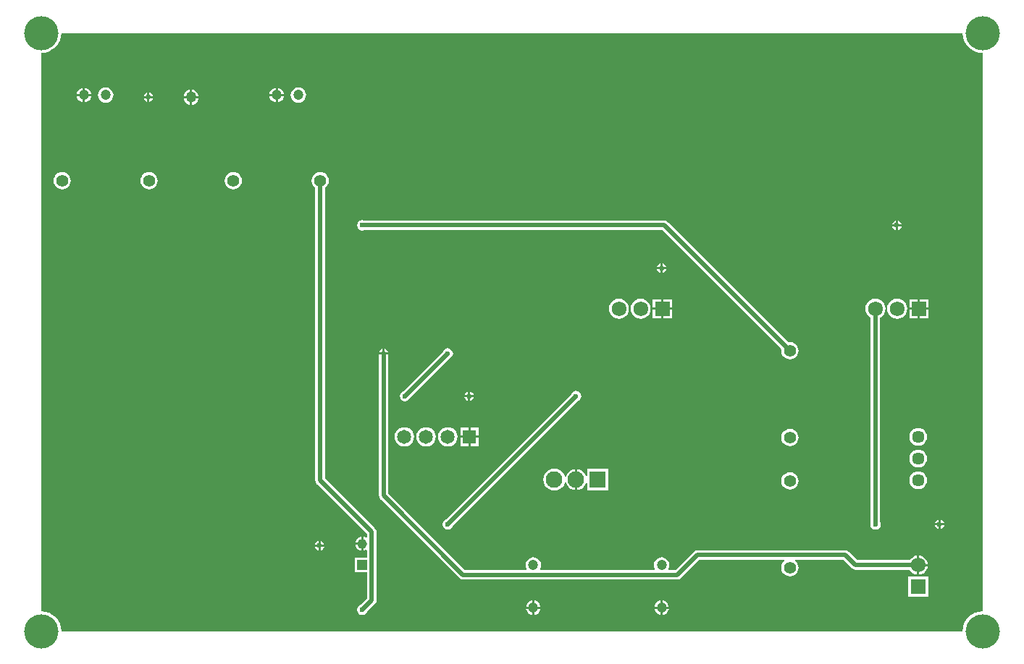
<source format=gbl>
G04*
G04 #@! TF.GenerationSoftware,Altium Limited,Altium Designer,20.1.14 (287)*
G04*
G04 Layer_Physical_Order=2*
G04 Layer_Color=16711680*
%FSLAX25Y25*%
%MOIN*%
G70*
G04*
G04 #@! TF.SameCoordinates,E164291B-CF09-4FE7-BB31-66095F1D64E0*
G04*
G04*
G04 #@! TF.FilePolarity,Positive*
G04*
G01*
G75*
%ADD31C,0.01968*%
%ADD32C,0.15748*%
%ADD33C,0.05512*%
%ADD34C,0.05709*%
%ADD35C,0.04724*%
%ADD36C,0.06791*%
%ADD37R,0.06791X0.06791*%
%ADD38C,0.06496*%
%ADD39R,0.06496X0.06496*%
%ADD40R,0.06791X0.06791*%
%ADD41C,0.07618*%
%ADD42R,0.07618X0.07618*%
%ADD43C,0.04528*%
%ADD44R,0.04528X0.04528*%
%ADD45C,0.02362*%
%ADD46C,0.05000*%
G36*
X433989Y283658D02*
X434507Y281951D01*
X435348Y280378D01*
X436480Y278999D01*
X437858Y277868D01*
X439431Y277027D01*
X441138Y276509D01*
X442913Y276334D01*
Y18941D01*
X441138Y18767D01*
X439431Y18249D01*
X437858Y17408D01*
X436480Y16276D01*
X435348Y14898D01*
X434507Y13325D01*
X433989Y11618D01*
X433814Y9843D01*
X18941D01*
X18767Y11618D01*
X18249Y13325D01*
X17408Y14898D01*
X16276Y16276D01*
X14898Y17408D01*
X13325Y18249D01*
X11618Y18767D01*
X9843Y18941D01*
Y276334D01*
X11618Y276509D01*
X13325Y277027D01*
X14898Y277868D01*
X16276Y278999D01*
X17408Y280378D01*
X18249Y281951D01*
X18767Y283658D01*
X18941Y285433D01*
X433814D01*
X433989Y283658D01*
D02*
G37*
%LPC*%
G36*
X118610Y260176D02*
Y257350D01*
X121436D01*
X121386Y257728D01*
X121047Y258546D01*
X120508Y259248D01*
X119806Y259787D01*
X118988Y260126D01*
X118610Y260176D01*
D02*
G37*
G36*
X117610D02*
X117233Y260126D01*
X116415Y259787D01*
X115712Y259248D01*
X115173Y258546D01*
X114835Y257728D01*
X114785Y257350D01*
X117610D01*
Y260176D01*
D02*
G37*
G36*
X29870D02*
Y257350D01*
X32695D01*
X32646Y257728D01*
X32307Y258546D01*
X31768Y259248D01*
X31066Y259787D01*
X30248Y260126D01*
X29870Y260176D01*
D02*
G37*
G36*
X28870D02*
X28492Y260126D01*
X27674Y259787D01*
X26972Y259248D01*
X26433Y258546D01*
X26094Y257728D01*
X26045Y257350D01*
X28870D01*
Y260176D01*
D02*
G37*
G36*
X79240Y259370D02*
Y256405D01*
X82205D01*
X82150Y256819D01*
X81797Y257671D01*
X81236Y258402D01*
X80505Y258963D01*
X79654Y259315D01*
X79240Y259370D01*
D02*
G37*
G36*
X78240D02*
X77826Y259315D01*
X76975Y258963D01*
X76244Y258402D01*
X75683Y257671D01*
X75330Y256819D01*
X75276Y256405D01*
X78240D01*
Y259370D01*
D02*
G37*
G36*
X59555Y258030D02*
Y256405D01*
X61180D01*
X61110Y256756D01*
X60628Y257478D01*
X59906Y257960D01*
X59555Y258030D01*
D02*
G37*
G36*
X58555D02*
X58204Y257960D01*
X57483Y257478D01*
X57001Y256756D01*
X56931Y256405D01*
X58555D01*
Y258030D01*
D02*
G37*
G36*
X61180Y255405D02*
X59555D01*
Y253781D01*
X59906Y253851D01*
X60628Y254333D01*
X61110Y255054D01*
X61180Y255405D01*
D02*
G37*
G36*
X58555D02*
X56931D01*
X57001Y255054D01*
X57483Y254333D01*
X58204Y253851D01*
X58555Y253781D01*
Y255405D01*
D02*
G37*
G36*
X121436Y256350D02*
X118610D01*
Y253525D01*
X118988Y253575D01*
X119806Y253913D01*
X120508Y254452D01*
X121047Y255155D01*
X121386Y255973D01*
X121436Y256350D01*
D02*
G37*
G36*
X117610D02*
X114785D01*
X114835Y255973D01*
X115173Y255155D01*
X115712Y254452D01*
X116415Y253913D01*
X117233Y253575D01*
X117610Y253525D01*
Y256350D01*
D02*
G37*
G36*
X32695D02*
X29870D01*
Y253525D01*
X30248Y253575D01*
X31066Y253913D01*
X31768Y254452D01*
X32307Y255155D01*
X32646Y255973D01*
X32695Y256350D01*
D02*
G37*
G36*
X28870D02*
X26045D01*
X26094Y255973D01*
X26433Y255155D01*
X26972Y254452D01*
X27674Y253913D01*
X28492Y253575D01*
X28870Y253525D01*
Y256350D01*
D02*
G37*
G36*
X128110Y260424D02*
X127185Y260302D01*
X126323Y259945D01*
X125583Y259378D01*
X125015Y258637D01*
X124658Y257775D01*
X124536Y256850D01*
X124658Y255925D01*
X125015Y255064D01*
X125583Y254323D01*
X126323Y253755D01*
X127185Y253398D01*
X128110Y253276D01*
X129035Y253398D01*
X129897Y253755D01*
X130637Y254323D01*
X131205Y255064D01*
X131562Y255925D01*
X131684Y256850D01*
X131562Y257775D01*
X131205Y258637D01*
X130637Y259378D01*
X129897Y259945D01*
X129035Y260302D01*
X128110Y260424D01*
D02*
G37*
G36*
X39370D02*
X38445Y260302D01*
X37583Y259945D01*
X36843Y259378D01*
X36275Y258637D01*
X35918Y257775D01*
X35796Y256850D01*
X35918Y255925D01*
X36275Y255064D01*
X36843Y254323D01*
X37583Y253755D01*
X38445Y253398D01*
X39370Y253276D01*
X40295Y253398D01*
X41157Y253755D01*
X41897Y254323D01*
X42465Y255064D01*
X42822Y255925D01*
X42944Y256850D01*
X42822Y257775D01*
X42465Y258637D01*
X41897Y259378D01*
X41157Y259945D01*
X40295Y260302D01*
X39370Y260424D01*
D02*
G37*
G36*
X82205Y255405D02*
X79240D01*
Y252441D01*
X79654Y252496D01*
X80505Y252848D01*
X81236Y253409D01*
X81797Y254140D01*
X82150Y254992D01*
X82205Y255405D01*
D02*
G37*
G36*
X78240D02*
X75276D01*
X75330Y254992D01*
X75683Y254140D01*
X76244Y253409D01*
X76975Y252848D01*
X77826Y252496D01*
X78240Y252441D01*
Y255405D01*
D02*
G37*
G36*
X98110Y221451D02*
X97083Y221316D01*
X96125Y220919D01*
X95302Y220288D01*
X94671Y219466D01*
X94275Y218508D01*
X94139Y217480D01*
X94275Y216453D01*
X94671Y215495D01*
X95302Y214672D01*
X96125Y214041D01*
X97083Y213645D01*
X98110Y213509D01*
X99138Y213645D01*
X100096Y214041D01*
X100918Y214672D01*
X101549Y215495D01*
X101946Y216453D01*
X102081Y217480D01*
X101946Y218508D01*
X101549Y219466D01*
X100918Y220288D01*
X100096Y220919D01*
X99138Y221316D01*
X98110Y221451D01*
D02*
G37*
G36*
X59370D02*
X58342Y221316D01*
X57385Y220919D01*
X56562Y220288D01*
X55931Y219466D01*
X55534Y218508D01*
X55399Y217480D01*
X55534Y216453D01*
X55931Y215495D01*
X56562Y214672D01*
X57385Y214041D01*
X58342Y213645D01*
X59370Y213509D01*
X60398Y213645D01*
X61356Y214041D01*
X62178Y214672D01*
X62809Y215495D01*
X63206Y216453D01*
X63341Y217480D01*
X63206Y218508D01*
X62809Y219466D01*
X62178Y220288D01*
X61356Y220919D01*
X60398Y221316D01*
X59370Y221451D01*
D02*
G37*
G36*
X19370D02*
X18342Y221316D01*
X17385Y220919D01*
X16562Y220288D01*
X15931Y219466D01*
X15534Y218508D01*
X15399Y217480D01*
X15534Y216453D01*
X15931Y215495D01*
X16562Y214672D01*
X17385Y214041D01*
X18342Y213645D01*
X19370Y213509D01*
X20398Y213645D01*
X21356Y214041D01*
X22178Y214672D01*
X22809Y215495D01*
X23206Y216453D01*
X23341Y217480D01*
X23206Y218508D01*
X22809Y219466D01*
X22178Y220288D01*
X21356Y220919D01*
X20398Y221316D01*
X19370Y221451D01*
D02*
G37*
G36*
X404043Y198975D02*
Y197350D01*
X405668D01*
X405598Y197701D01*
X405116Y198423D01*
X404394Y198905D01*
X404043Y198975D01*
D02*
G37*
G36*
X403043D02*
X402692Y198905D01*
X401971Y198423D01*
X401489Y197701D01*
X401419Y197350D01*
X403043D01*
Y198975D01*
D02*
G37*
G36*
X405668Y196350D02*
X404043D01*
Y194726D01*
X404394Y194796D01*
X405116Y195278D01*
X405598Y195999D01*
X405668Y196350D01*
D02*
G37*
G36*
X403043D02*
X401419D01*
X401489Y195999D01*
X401971Y195278D01*
X402692Y194796D01*
X403043Y194726D01*
Y196350D01*
D02*
G37*
G36*
X295776Y179290D02*
Y177665D01*
X297400D01*
X297330Y178016D01*
X296848Y178738D01*
X296127Y179220D01*
X295776Y179290D01*
D02*
G37*
G36*
X294776D02*
X294425Y179220D01*
X293703Y178738D01*
X293221Y178016D01*
X293151Y177665D01*
X294776D01*
Y179290D01*
D02*
G37*
G36*
X297400Y176665D02*
X295776D01*
Y175041D01*
X296127Y175111D01*
X296848Y175593D01*
X297330Y176314D01*
X297400Y176665D01*
D02*
G37*
G36*
X294776D02*
X293151D01*
X293221Y176314D01*
X293703Y175593D01*
X294425Y175111D01*
X294776Y175041D01*
Y176665D01*
D02*
G37*
G36*
X418096Y162821D02*
X414201D01*
Y158925D01*
X418096D01*
Y162821D01*
D02*
G37*
G36*
X299986D02*
X296091D01*
Y158925D01*
X299986D01*
Y162821D01*
D02*
G37*
G36*
X413201D02*
X409305D01*
Y158925D01*
X413201D01*
Y162821D01*
D02*
G37*
G36*
X295091D02*
X291195D01*
Y158925D01*
X295091D01*
Y162821D01*
D02*
G37*
G36*
X418096Y157925D02*
X414201D01*
Y154030D01*
X418096D01*
Y157925D01*
D02*
G37*
G36*
X413201D02*
X409305D01*
Y154030D01*
X413201D01*
Y157925D01*
D02*
G37*
G36*
X299986D02*
X296091D01*
Y154030D01*
X299986D01*
Y157925D01*
D02*
G37*
G36*
X295091D02*
X291195D01*
Y154030D01*
X295091D01*
Y157925D01*
D02*
G37*
G36*
X403701Y163041D02*
X402506Y162884D01*
X401393Y162423D01*
X400437Y161689D01*
X399703Y160733D01*
X399242Y159620D01*
X399084Y158425D01*
X399242Y157230D01*
X399703Y156117D01*
X400437Y155161D01*
X401393Y154427D01*
X402506Y153966D01*
X403701Y153809D01*
X404896Y153966D01*
X406009Y154427D01*
X406965Y155161D01*
X407699Y156117D01*
X408160Y157230D01*
X408317Y158425D01*
X408160Y159620D01*
X407699Y160733D01*
X406965Y161689D01*
X406009Y162423D01*
X404896Y162884D01*
X403701Y163041D01*
D02*
G37*
G36*
X285591D02*
X284396Y162884D01*
X283282Y162423D01*
X282326Y161689D01*
X281593Y160733D01*
X281132Y159620D01*
X280974Y158425D01*
X281132Y157230D01*
X281593Y156117D01*
X282326Y155161D01*
X283282Y154427D01*
X284396Y153966D01*
X285591Y153809D01*
X286785Y153966D01*
X287899Y154427D01*
X288855Y155161D01*
X289588Y156117D01*
X290050Y157230D01*
X290207Y158425D01*
X290050Y159620D01*
X289588Y160733D01*
X288855Y161689D01*
X287899Y162423D01*
X286785Y162884D01*
X285591Y163041D01*
D02*
G37*
G36*
X275590D02*
X274396Y162884D01*
X273282Y162423D01*
X272326Y161689D01*
X271593Y160733D01*
X271132Y159620D01*
X270974Y158425D01*
X271132Y157230D01*
X271593Y156117D01*
X272326Y155161D01*
X273282Y154427D01*
X274396Y153966D01*
X275590Y153809D01*
X276785Y153966D01*
X277899Y154427D01*
X278855Y155161D01*
X279588Y156117D01*
X280049Y157230D01*
X280207Y158425D01*
X280049Y159620D01*
X279588Y160733D01*
X278855Y161689D01*
X277899Y162423D01*
X276785Y162884D01*
X275590Y163041D01*
D02*
G37*
G36*
X167823Y139920D02*
Y138295D01*
X169447D01*
X169377Y138646D01*
X168895Y139368D01*
X168174Y139850D01*
X167823Y139920D01*
D02*
G37*
G36*
X166823D02*
X166472Y139850D01*
X165750Y139368D01*
X165268Y138646D01*
X165199Y138295D01*
X166823D01*
Y139920D01*
D02*
G37*
G36*
X157480Y199259D02*
X156559Y199075D01*
X155777Y198553D01*
X155255Y197772D01*
X155072Y196850D01*
X155255Y195929D01*
X155777Y195147D01*
X156559Y194625D01*
X157480Y194442D01*
X158402Y194625D01*
X158428Y194643D01*
X295621D01*
X350459Y139805D01*
X350360Y139055D01*
X350495Y138027D01*
X350892Y137070D01*
X351523Y136247D01*
X352345Y135616D01*
X353303Y135220D01*
X354331Y135084D01*
X355359Y135220D01*
X356316Y135616D01*
X357139Y136247D01*
X357770Y137070D01*
X358166Y138027D01*
X358302Y139055D01*
X358166Y140083D01*
X357770Y141041D01*
X357139Y141863D01*
X356316Y142494D01*
X355359Y142891D01*
X354331Y143026D01*
X353581Y142927D01*
X298097Y198412D01*
X297380Y198890D01*
X296535Y199058D01*
X158428D01*
X158402Y199075D01*
X157480Y199259D01*
D02*
G37*
G36*
X207193Y120235D02*
Y118610D01*
X208817D01*
X208748Y118961D01*
X208265Y119683D01*
X207544Y120165D01*
X207193Y120235D01*
D02*
G37*
G36*
X206193D02*
X205842Y120165D01*
X205120Y119683D01*
X204638Y118961D01*
X204569Y118610D01*
X206193D01*
Y120235D01*
D02*
G37*
G36*
X208817Y117610D02*
X207193D01*
Y115986D01*
X207544Y116056D01*
X208265Y116538D01*
X208748Y117259D01*
X208817Y117610D01*
D02*
G37*
G36*
X206193D02*
X204569D01*
X204638Y117259D01*
X205120Y116538D01*
X205842Y116056D01*
X206193Y115986D01*
Y117610D01*
D02*
G37*
G36*
X196850Y140204D02*
X195929Y140020D01*
X195147Y139498D01*
X194625Y138717D01*
X194619Y138686D01*
X176274Y120342D01*
X176244Y120335D01*
X175462Y119813D01*
X174940Y119032D01*
X174757Y118110D01*
X174940Y117189D01*
X175462Y116407D01*
X176244Y115885D01*
X177165Y115702D01*
X178087Y115885D01*
X178868Y116407D01*
X179391Y117189D01*
X179397Y117219D01*
X197741Y135564D01*
X197772Y135570D01*
X198553Y136092D01*
X199075Y136874D01*
X199259Y137795D01*
X199075Y138717D01*
X198553Y139498D01*
X197772Y140020D01*
X196850Y140204D01*
D02*
G37*
G36*
X211098Y103618D02*
X207350D01*
Y99870D01*
X211098D01*
Y103618D01*
D02*
G37*
G36*
X206350D02*
X202602D01*
Y99870D01*
X206350D01*
Y103618D01*
D02*
G37*
G36*
X413386Y103440D02*
X412332Y103302D01*
X411351Y102895D01*
X410508Y102248D01*
X409861Y101405D01*
X409454Y100424D01*
X409316Y99370D01*
X409454Y98317D01*
X409861Y97335D01*
X410508Y96492D01*
X411351Y95845D01*
X412332Y95438D01*
X413386Y95300D01*
X414439Y95438D01*
X415421Y95845D01*
X416264Y96492D01*
X416911Y97335D01*
X417317Y98317D01*
X417456Y99370D01*
X417317Y100424D01*
X416911Y101405D01*
X416264Y102248D01*
X415421Y102895D01*
X414439Y103302D01*
X413386Y103440D01*
D02*
G37*
G36*
X211098Y98870D02*
X207350D01*
Y95122D01*
X211098D01*
Y98870D01*
D02*
G37*
G36*
X206350D02*
X202602D01*
Y95122D01*
X206350D01*
Y98870D01*
D02*
G37*
G36*
X354331Y103026D02*
X353303Y102891D01*
X352345Y102494D01*
X351523Y101863D01*
X350892Y101041D01*
X350495Y100083D01*
X350360Y99055D01*
X350495Y98027D01*
X350892Y97070D01*
X351523Y96247D01*
X352345Y95616D01*
X353303Y95219D01*
X354331Y95084D01*
X355359Y95219D01*
X356316Y95616D01*
X357139Y96247D01*
X357770Y97070D01*
X358166Y98027D01*
X358302Y99055D01*
X358166Y100083D01*
X357770Y101041D01*
X357139Y101863D01*
X356316Y102494D01*
X355359Y102891D01*
X354331Y103026D01*
D02*
G37*
G36*
X196850Y103837D02*
X195694Y103685D01*
X194617Y103239D01*
X193692Y102529D01*
X192982Y101604D01*
X192535Y100526D01*
X192383Y99370D01*
X192535Y98214D01*
X192982Y97136D01*
X193692Y96211D01*
X194617Y95501D01*
X195694Y95055D01*
X196850Y94903D01*
X198007Y95055D01*
X199084Y95501D01*
X200009Y96211D01*
X200719Y97136D01*
X201166Y98214D01*
X201318Y99370D01*
X201166Y100526D01*
X200719Y101604D01*
X200009Y102529D01*
X199084Y103239D01*
X198007Y103685D01*
X196850Y103837D01*
D02*
G37*
G36*
X186850D02*
X185694Y103685D01*
X184617Y103239D01*
X183692Y102529D01*
X182982Y101604D01*
X182535Y100526D01*
X182383Y99370D01*
X182535Y98214D01*
X182982Y97136D01*
X183692Y96211D01*
X184617Y95501D01*
X185694Y95055D01*
X186850Y94903D01*
X188007Y95055D01*
X189084Y95501D01*
X190009Y96211D01*
X190719Y97136D01*
X191165Y98214D01*
X191318Y99370D01*
X191165Y100526D01*
X190719Y101604D01*
X190009Y102529D01*
X189084Y103239D01*
X188007Y103685D01*
X186850Y103837D01*
D02*
G37*
G36*
X176850D02*
X175694Y103685D01*
X174617Y103239D01*
X173691Y102529D01*
X172982Y101604D01*
X172535Y100526D01*
X172383Y99370D01*
X172535Y98214D01*
X172982Y97136D01*
X173691Y96211D01*
X174617Y95501D01*
X175694Y95055D01*
X176850Y94903D01*
X178007Y95055D01*
X179084Y95501D01*
X180009Y96211D01*
X180719Y97136D01*
X181166Y98214D01*
X181318Y99370D01*
X181166Y100526D01*
X180719Y101604D01*
X180009Y102529D01*
X179084Y103239D01*
X178007Y103685D01*
X176850Y103837D01*
D02*
G37*
G36*
X413386Y93440D02*
X412332Y93302D01*
X411351Y92895D01*
X410508Y92248D01*
X409861Y91405D01*
X409454Y90424D01*
X409316Y89370D01*
X409454Y88317D01*
X409861Y87335D01*
X410508Y86492D01*
X411351Y85845D01*
X412332Y85439D01*
X413386Y85300D01*
X414439Y85439D01*
X415421Y85845D01*
X416264Y86492D01*
X416911Y87335D01*
X417317Y88317D01*
X417456Y89370D01*
X417317Y90424D01*
X416911Y91405D01*
X416264Y92248D01*
X415421Y92895D01*
X414439Y93302D01*
X413386Y93440D01*
D02*
G37*
G36*
X270896Y84675D02*
X260915D01*
Y81463D01*
X260415Y81364D01*
X260106Y82110D01*
X259335Y83115D01*
X258331Y83886D01*
X257161Y84370D01*
X256405Y84470D01*
Y79685D01*
Y74900D01*
X257161Y75000D01*
X258331Y75484D01*
X259335Y76255D01*
X260106Y77260D01*
X260415Y78006D01*
X260915Y77907D01*
Y74695D01*
X270896D01*
Y84675D01*
D02*
G37*
G36*
X413386Y83440D02*
X412332Y83302D01*
X411351Y82895D01*
X410508Y82248D01*
X409861Y81405D01*
X409454Y80423D01*
X409316Y79370D01*
X409454Y78317D01*
X409861Y77335D01*
X410508Y76492D01*
X411351Y75845D01*
X412332Y75438D01*
X413386Y75300D01*
X414439Y75438D01*
X415421Y75845D01*
X416264Y76492D01*
X416911Y77335D01*
X417317Y78317D01*
X417456Y79370D01*
X417317Y80423D01*
X416911Y81405D01*
X416264Y82248D01*
X415421Y82895D01*
X414439Y83302D01*
X413386Y83440D01*
D02*
G37*
G36*
X354331Y83026D02*
X353303Y82891D01*
X352345Y82494D01*
X351523Y81863D01*
X350892Y81041D01*
X350495Y80083D01*
X350360Y79055D01*
X350495Y78027D01*
X350892Y77070D01*
X351523Y76247D01*
X352345Y75616D01*
X353303Y75220D01*
X354331Y75084D01*
X355359Y75220D01*
X356316Y75616D01*
X357139Y76247D01*
X357770Y77070D01*
X358166Y78027D01*
X358302Y79055D01*
X358166Y80083D01*
X357770Y81041D01*
X357139Y81863D01*
X356316Y82494D01*
X355359Y82891D01*
X354331Y83026D01*
D02*
G37*
G36*
X245905Y84718D02*
X244603Y84547D01*
X243389Y84044D01*
X242347Y83244D01*
X241547Y82202D01*
X241044Y80988D01*
X240872Y79685D01*
X241044Y78382D01*
X241547Y77168D01*
X242347Y76126D01*
X243389Y75326D01*
X244603Y74823D01*
X245905Y74652D01*
X247208Y74823D01*
X248422Y75326D01*
X249465Y76126D01*
X250264Y77168D01*
X250745Y78329D01*
X250916Y78365D01*
X251264Y78324D01*
X251705Y77260D01*
X252476Y76255D01*
X253480Y75484D01*
X254650Y75000D01*
X255405Y74900D01*
Y79685D01*
Y84470D01*
X254650Y84370D01*
X253480Y83886D01*
X252476Y83115D01*
X251705Y82110D01*
X251264Y81046D01*
X250916Y81005D01*
X250745Y81041D01*
X250264Y82202D01*
X249465Y83244D01*
X248422Y84044D01*
X247208Y84547D01*
X245905Y84718D01*
D02*
G37*
G36*
X423728Y61180D02*
Y59555D01*
X425353D01*
X425283Y59906D01*
X424801Y60628D01*
X424079Y61110D01*
X423728Y61180D01*
D02*
G37*
G36*
X422728D02*
X422377Y61110D01*
X421656Y60628D01*
X421174Y59906D01*
X421104Y59555D01*
X422728D01*
Y61180D01*
D02*
G37*
G36*
X425353Y58555D02*
X423728D01*
Y56931D01*
X424079Y57001D01*
X424801Y57483D01*
X425283Y58204D01*
X425353Y58555D01*
D02*
G37*
G36*
X422728D02*
X421104D01*
X421174Y58204D01*
X421656Y57483D01*
X422377Y57001D01*
X422728Y56931D01*
Y58555D01*
D02*
G37*
G36*
X393701Y163041D02*
X392506Y162884D01*
X391393Y162423D01*
X390437Y161689D01*
X389703Y160733D01*
X389242Y159620D01*
X389085Y158425D01*
X389242Y157230D01*
X389703Y156117D01*
X390437Y155161D01*
X391393Y154427D01*
X391493Y154386D01*
Y60003D01*
X391476Y59977D01*
X391292Y59055D01*
X391476Y58133D01*
X391998Y57352D01*
X392779Y56830D01*
X393701Y56647D01*
X394622Y56830D01*
X395404Y57352D01*
X395926Y58133D01*
X396109Y59055D01*
X395926Y59977D01*
X395909Y60003D01*
Y154386D01*
X396009Y154427D01*
X396965Y155161D01*
X397699Y156117D01*
X398160Y157230D01*
X398317Y158425D01*
X398160Y159620D01*
X397699Y160733D01*
X396965Y161689D01*
X396009Y162423D01*
X394896Y162884D01*
X393701Y163041D01*
D02*
G37*
G36*
X255906Y120519D02*
X254984Y120335D01*
X254203Y119813D01*
X253680Y119032D01*
X253674Y119001D01*
X195959Y61286D01*
X195929Y61280D01*
X195147Y60758D01*
X194625Y59977D01*
X194442Y59055D01*
X194625Y58133D01*
X195147Y57352D01*
X195929Y56830D01*
X196850Y56647D01*
X197772Y56830D01*
X198553Y57352D01*
X199075Y58133D01*
X199082Y58164D01*
X256797Y115879D01*
X256827Y115885D01*
X257609Y116407D01*
X258131Y117189D01*
X258314Y118110D01*
X258131Y119032D01*
X257609Y119813D01*
X256827Y120335D01*
X255906Y120519D01*
D02*
G37*
G36*
X138110Y221451D02*
X137083Y221316D01*
X136125Y220919D01*
X135302Y220288D01*
X134671Y219466D01*
X134275Y218508D01*
X134139Y217480D01*
X134275Y216453D01*
X134671Y215495D01*
X135302Y214672D01*
X135903Y214212D01*
Y79370D01*
X136071Y78525D01*
X136549Y77809D01*
X159702Y54656D01*
Y53132D01*
X159253Y52911D01*
X159126Y53008D01*
X158332Y53337D01*
X157980Y53384D01*
Y50157D01*
Y46931D01*
X158332Y46978D01*
X159126Y47307D01*
X159253Y47404D01*
X159702Y47183D01*
Y43760D01*
X154035D01*
Y36870D01*
X159702D01*
Y25029D01*
X156589Y21916D01*
X156559Y21910D01*
X155777Y21388D01*
X155255Y20607D01*
X155072Y19685D01*
X155255Y18763D01*
X155777Y17982D01*
X156559Y17460D01*
X157480Y17277D01*
X158402Y17460D01*
X159183Y17982D01*
X159705Y18763D01*
X159712Y18794D01*
X163471Y22553D01*
X163949Y23269D01*
X164117Y24114D01*
Y55571D01*
X163949Y56416D01*
X163471Y57132D01*
X140318Y80285D01*
Y214212D01*
X140918Y214672D01*
X141549Y215495D01*
X141946Y216453D01*
X142081Y217480D01*
X141946Y218508D01*
X141549Y219466D01*
X140918Y220288D01*
X140096Y220919D01*
X139138Y221316D01*
X138110Y221451D01*
D02*
G37*
G36*
X156980Y53384D02*
X156628Y53337D01*
X155834Y53008D01*
X155153Y52485D01*
X154629Y51803D01*
X154300Y51010D01*
X154254Y50657D01*
X156980D01*
Y53384D01*
D02*
G37*
G36*
X138295Y51337D02*
Y49713D01*
X139920D01*
X139850Y50064D01*
X139368Y50785D01*
X138646Y51267D01*
X138295Y51337D01*
D02*
G37*
G36*
X137295D02*
X136944Y51267D01*
X136223Y50785D01*
X135741Y50064D01*
X135671Y49713D01*
X137295D01*
Y51337D01*
D02*
G37*
G36*
X139920Y48713D02*
X138295D01*
Y47088D01*
X138646Y47158D01*
X139368Y47640D01*
X139850Y48362D01*
X139920Y48713D01*
D02*
G37*
G36*
X137295D02*
X135671D01*
X135741Y48362D01*
X136223Y47640D01*
X136944Y47158D01*
X137295Y47088D01*
Y48713D01*
D02*
G37*
G36*
X156980Y49657D02*
X154254D01*
X154300Y49305D01*
X154629Y48511D01*
X155153Y47830D01*
X155834Y47307D01*
X156628Y46978D01*
X156980Y46931D01*
Y49657D01*
D02*
G37*
G36*
X413886Y44683D02*
Y40815D01*
X417754D01*
X417668Y41462D01*
X417225Y42532D01*
X416521Y43450D01*
X415603Y44155D01*
X414533Y44598D01*
X413886Y44683D01*
D02*
G37*
G36*
X417754Y39815D02*
X413886D01*
Y35947D01*
X414533Y36032D01*
X415603Y36475D01*
X416521Y37180D01*
X417225Y38098D01*
X417668Y39167D01*
X417754Y39815D01*
D02*
G37*
G36*
X169531Y137295D02*
X165115D01*
Y72362D01*
X165283Y71517D01*
X165762Y70801D01*
X202337Y34226D01*
X203053Y33748D01*
X203898Y33580D01*
X302547D01*
X303392Y33748D01*
X304108Y34226D01*
X312596Y42713D01*
X351810D01*
X351979Y42213D01*
X351523Y41863D01*
X350892Y41041D01*
X350495Y40083D01*
X350360Y39055D01*
X350495Y38027D01*
X350892Y37070D01*
X351523Y36247D01*
X352345Y35616D01*
X353303Y35219D01*
X354331Y35084D01*
X355359Y35219D01*
X356316Y35616D01*
X357139Y36247D01*
X357770Y37070D01*
X358166Y38027D01*
X358302Y39055D01*
X358166Y40083D01*
X357770Y41041D01*
X357139Y41863D01*
X356682Y42213D01*
X356852Y42713D01*
X378969D01*
X382928Y38754D01*
X383645Y38275D01*
X384490Y38107D01*
X409543D01*
X409546Y38098D01*
X410251Y37180D01*
X411169Y36475D01*
X412238Y36032D01*
X412886Y35947D01*
Y40315D01*
Y44683D01*
X412238Y44598D01*
X411169Y44155D01*
X410251Y43450D01*
X409546Y42532D01*
X409543Y42523D01*
X385404D01*
X381445Y46482D01*
X380728Y46961D01*
X379883Y47129D01*
X311681D01*
X310836Y46961D01*
X310120Y46482D01*
X301633Y37995D01*
X298527D01*
X298306Y38444D01*
X298371Y38528D01*
X298728Y39390D01*
X298850Y40315D01*
X298728Y41240D01*
X298371Y42102D01*
X297803Y42842D01*
X297062Y43410D01*
X296201Y43767D01*
X295276Y43889D01*
X294351Y43767D01*
X293489Y43410D01*
X292748Y42842D01*
X292180Y42102D01*
X291824Y41240D01*
X291702Y40315D01*
X291824Y39390D01*
X292180Y38528D01*
X292245Y38444D01*
X292024Y37995D01*
X239472D01*
X239251Y38444D01*
X239316Y38528D01*
X239673Y39390D01*
X239794Y40315D01*
X239673Y41240D01*
X239316Y42102D01*
X238748Y42842D01*
X238007Y43410D01*
X237145Y43767D01*
X236221Y43889D01*
X235296Y43767D01*
X234434Y43410D01*
X233693Y42842D01*
X233125Y42102D01*
X232768Y41240D01*
X232647Y40315D01*
X232768Y39390D01*
X233125Y38528D01*
X233190Y38444D01*
X232969Y37995D01*
X204812D01*
X169531Y73277D01*
Y137295D01*
D02*
G37*
G36*
X417963Y34892D02*
X408809D01*
Y25738D01*
X417963D01*
Y34892D01*
D02*
G37*
G36*
X236720Y23955D02*
Y21130D01*
X239546D01*
X239496Y21508D01*
X239157Y22325D01*
X238618Y23028D01*
X237916Y23567D01*
X237098Y23906D01*
X236720Y23955D01*
D02*
G37*
G36*
X235720D02*
X235343Y23906D01*
X234525Y23567D01*
X233822Y23028D01*
X233284Y22325D01*
X232945Y21508D01*
X232895Y21130D01*
X235720D01*
Y23955D01*
D02*
G37*
G36*
X295776Y23955D02*
Y21130D01*
X298601D01*
X298551Y21508D01*
X298213Y22325D01*
X297674Y23028D01*
X296971Y23567D01*
X296153Y23906D01*
X295776Y23955D01*
D02*
G37*
G36*
X294776Y23955D02*
X294398Y23906D01*
X293580Y23567D01*
X292878Y23028D01*
X292339Y22325D01*
X292000Y21508D01*
X291950Y21130D01*
X294776D01*
Y23955D01*
D02*
G37*
G36*
X298601Y20130D02*
X295776D01*
Y17304D01*
X296153Y17354D01*
X296971Y17693D01*
X297674Y18232D01*
X298213Y18934D01*
X298551Y19752D01*
X298601Y20130D01*
D02*
G37*
G36*
X239546Y20130D02*
X236720D01*
Y17304D01*
X237098Y17354D01*
X237916Y17693D01*
X238618Y18232D01*
X239157Y18934D01*
X239496Y19752D01*
X239546Y20130D01*
D02*
G37*
G36*
X235720D02*
X232895D01*
X232945Y19752D01*
X233284Y18934D01*
X233822Y18232D01*
X234525Y17693D01*
X235343Y17354D01*
X235720Y17304D01*
Y20130D01*
D02*
G37*
G36*
X294776Y20130D02*
X291950D01*
X292000Y19752D01*
X292339Y18934D01*
X292878Y18232D01*
X293580Y17693D01*
X294398Y17354D01*
X294776Y17304D01*
Y20130D01*
D02*
G37*
%LPD*%
D31*
X167323Y72362D02*
X203898Y35787D01*
X302547D02*
X311681Y44921D01*
X203898Y35787D02*
X302547D01*
X296535Y196850D02*
X354331Y139055D01*
X157480Y196850D02*
X296535D01*
X167323Y72362D02*
Y137795D01*
X138110Y79370D02*
X161909Y55571D01*
Y24114D02*
Y55571D01*
X157480Y19685D02*
X161909Y24114D01*
X379883Y44921D02*
X384490Y40315D01*
X177165Y118110D02*
X196850Y137795D01*
X138110Y79370D02*
Y217480D01*
X393701Y59055D02*
Y158425D01*
X311681Y44921D02*
X379883D01*
X196850Y59055D02*
X255906Y118110D01*
X384490Y40315D02*
X413386D01*
D32*
X442913Y285433D02*
D03*
Y9843D02*
D03*
X9843D02*
D03*
Y285433D02*
D03*
D33*
X354331Y139055D02*
D03*
Y99055D02*
D03*
Y39055D02*
D03*
Y79055D02*
D03*
X19370Y217480D02*
D03*
X59370D02*
D03*
X138110D02*
D03*
X98110D02*
D03*
D34*
X413386Y79370D02*
D03*
Y89370D02*
D03*
Y99370D02*
D03*
D35*
X39370Y256850D02*
D03*
X29370D02*
D03*
X128110D02*
D03*
X118110D02*
D03*
X295276Y40315D02*
D03*
Y20630D02*
D03*
X236221D02*
D03*
Y40315D02*
D03*
D36*
X413386D02*
D03*
X393701Y158425D02*
D03*
X403701D02*
D03*
X275590D02*
D03*
X285591D02*
D03*
D37*
X413386Y30315D02*
D03*
D38*
X176850Y99370D02*
D03*
X186850D02*
D03*
X196850D02*
D03*
D39*
X206850D02*
D03*
D40*
X413701Y158425D02*
D03*
X295590D02*
D03*
D41*
X245905Y79685D02*
D03*
X255906D02*
D03*
D42*
X265905D02*
D03*
D43*
X157480Y50157D02*
D03*
D44*
Y40315D02*
D03*
D45*
X295276Y177165D02*
D03*
X403543Y196850D02*
D03*
X423228Y59055D02*
D03*
X137795Y49213D02*
D03*
X167323Y137795D02*
D03*
X206693Y118110D02*
D03*
X157480Y19685D02*
D03*
X59055Y255906D02*
D03*
X157480Y196850D02*
D03*
X196850Y59055D02*
D03*
Y137795D02*
D03*
X255906Y118110D02*
D03*
X393701Y59055D02*
D03*
X177165Y118110D02*
D03*
D46*
X78740Y255906D02*
D03*
M02*

</source>
